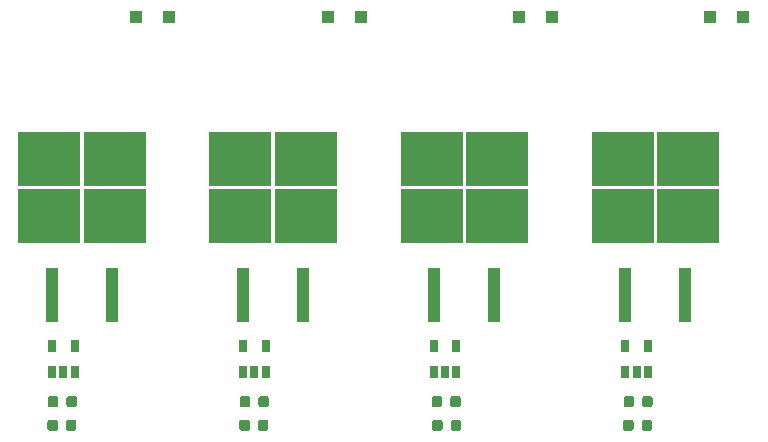
<source format=gtp>
G04 #@! TF.GenerationSoftware,KiCad,Pcbnew,5.0.1-33cea8e~68~ubuntu16.04.1*
G04 #@! TF.CreationDate,2019-04-13T16:09:11-04:00*
G04 #@! TF.ProjectId,fieldeffector,6669656C646566666563746F722E6B69,rev?*
G04 #@! TF.SameCoordinates,Original*
G04 #@! TF.FileFunction,Paste,Top*
G04 #@! TF.FilePolarity,Positive*
%FSLAX46Y46*%
G04 Gerber Fmt 4.6, Leading zero omitted, Abs format (unit mm)*
G04 Created by KiCad (PCBNEW 5.0.1-33cea8e~68~ubuntu16.04.1) date Sat 13 Apr 2019 16:09:11 EDT*
%MOMM*%
%LPD*%
G01*
G04 APERTURE LIST*
%ADD10R,5.250000X4.550000*%
%ADD11R,1.100000X4.600000*%
%ADD12R,0.650000X1.060000*%
%ADD13C,0.100000*%
%ADD14C,0.875000*%
%ADD15R,1.100000X1.100000*%
G04 APERTURE END LIST*
D10*
G04 #@! TO.C,Q4*
X142135000Y-110090000D03*
X136585000Y-105240000D03*
X136585000Y-110090000D03*
X142135000Y-105240000D03*
D11*
X141900000Y-116815000D03*
X136820000Y-116815000D03*
G04 #@! TD*
D10*
G04 #@! TO.C,Q3*
X125955000Y-110090000D03*
X120405000Y-105240000D03*
X120405000Y-110090000D03*
X125955000Y-105240000D03*
D11*
X125720000Y-116815000D03*
X120640000Y-116815000D03*
G04 #@! TD*
D10*
G04 #@! TO.C,Q2*
X109775000Y-110090000D03*
X104225000Y-105240000D03*
X104225000Y-110090000D03*
X109775000Y-105240000D03*
D11*
X109540000Y-116815000D03*
X104460000Y-116815000D03*
G04 #@! TD*
D10*
G04 #@! TO.C,Q1*
X93595000Y-110090000D03*
X88045000Y-105240000D03*
X88045000Y-110090000D03*
X93595000Y-105240000D03*
D11*
X93360000Y-116815000D03*
X88280000Y-116815000D03*
G04 #@! TD*
D12*
G04 #@! TO.C,U4*
X136820000Y-121090000D03*
X138720000Y-121090000D03*
X138720000Y-123290000D03*
X137770000Y-123290000D03*
X136820000Y-123290000D03*
G04 #@! TD*
G04 #@! TO.C,U3*
X120605000Y-121090000D03*
X122505000Y-121090000D03*
X122505000Y-123290000D03*
X121555000Y-123290000D03*
X120605000Y-123290000D03*
G04 #@! TD*
G04 #@! TO.C,U2*
X104460000Y-121090000D03*
X106360000Y-121090000D03*
X106360000Y-123290000D03*
X105410000Y-123290000D03*
X104460000Y-123290000D03*
G04 #@! TD*
G04 #@! TO.C,U1*
X88280000Y-121090000D03*
X90180000Y-121090000D03*
X90180000Y-123290000D03*
X89230000Y-123290000D03*
X88280000Y-123290000D03*
G04 #@! TD*
D13*
G04 #@! TO.C,C1*
G36*
X88602691Y-125341053D02*
X88623926Y-125344203D01*
X88644750Y-125349419D01*
X88664962Y-125356651D01*
X88684368Y-125365830D01*
X88702781Y-125376866D01*
X88720024Y-125389654D01*
X88735930Y-125404070D01*
X88750346Y-125419976D01*
X88763134Y-125437219D01*
X88774170Y-125455632D01*
X88783349Y-125475038D01*
X88790581Y-125495250D01*
X88795797Y-125516074D01*
X88798947Y-125537309D01*
X88800000Y-125558750D01*
X88800000Y-126071250D01*
X88798947Y-126092691D01*
X88795797Y-126113926D01*
X88790581Y-126134750D01*
X88783349Y-126154962D01*
X88774170Y-126174368D01*
X88763134Y-126192781D01*
X88750346Y-126210024D01*
X88735930Y-126225930D01*
X88720024Y-126240346D01*
X88702781Y-126253134D01*
X88684368Y-126264170D01*
X88664962Y-126273349D01*
X88644750Y-126280581D01*
X88623926Y-126285797D01*
X88602691Y-126288947D01*
X88581250Y-126290000D01*
X88143750Y-126290000D01*
X88122309Y-126288947D01*
X88101074Y-126285797D01*
X88080250Y-126280581D01*
X88060038Y-126273349D01*
X88040632Y-126264170D01*
X88022219Y-126253134D01*
X88004976Y-126240346D01*
X87989070Y-126225930D01*
X87974654Y-126210024D01*
X87961866Y-126192781D01*
X87950830Y-126174368D01*
X87941651Y-126154962D01*
X87934419Y-126134750D01*
X87929203Y-126113926D01*
X87926053Y-126092691D01*
X87925000Y-126071250D01*
X87925000Y-125558750D01*
X87926053Y-125537309D01*
X87929203Y-125516074D01*
X87934419Y-125495250D01*
X87941651Y-125475038D01*
X87950830Y-125455632D01*
X87961866Y-125437219D01*
X87974654Y-125419976D01*
X87989070Y-125404070D01*
X88004976Y-125389654D01*
X88022219Y-125376866D01*
X88040632Y-125365830D01*
X88060038Y-125356651D01*
X88080250Y-125349419D01*
X88101074Y-125344203D01*
X88122309Y-125341053D01*
X88143750Y-125340000D01*
X88581250Y-125340000D01*
X88602691Y-125341053D01*
X88602691Y-125341053D01*
G37*
D14*
X88362500Y-125815000D03*
D13*
G36*
X90177691Y-125341053D02*
X90198926Y-125344203D01*
X90219750Y-125349419D01*
X90239962Y-125356651D01*
X90259368Y-125365830D01*
X90277781Y-125376866D01*
X90295024Y-125389654D01*
X90310930Y-125404070D01*
X90325346Y-125419976D01*
X90338134Y-125437219D01*
X90349170Y-125455632D01*
X90358349Y-125475038D01*
X90365581Y-125495250D01*
X90370797Y-125516074D01*
X90373947Y-125537309D01*
X90375000Y-125558750D01*
X90375000Y-126071250D01*
X90373947Y-126092691D01*
X90370797Y-126113926D01*
X90365581Y-126134750D01*
X90358349Y-126154962D01*
X90349170Y-126174368D01*
X90338134Y-126192781D01*
X90325346Y-126210024D01*
X90310930Y-126225930D01*
X90295024Y-126240346D01*
X90277781Y-126253134D01*
X90259368Y-126264170D01*
X90239962Y-126273349D01*
X90219750Y-126280581D01*
X90198926Y-126285797D01*
X90177691Y-126288947D01*
X90156250Y-126290000D01*
X89718750Y-126290000D01*
X89697309Y-126288947D01*
X89676074Y-126285797D01*
X89655250Y-126280581D01*
X89635038Y-126273349D01*
X89615632Y-126264170D01*
X89597219Y-126253134D01*
X89579976Y-126240346D01*
X89564070Y-126225930D01*
X89549654Y-126210024D01*
X89536866Y-126192781D01*
X89525830Y-126174368D01*
X89516651Y-126154962D01*
X89509419Y-126134750D01*
X89504203Y-126113926D01*
X89501053Y-126092691D01*
X89500000Y-126071250D01*
X89500000Y-125558750D01*
X89501053Y-125537309D01*
X89504203Y-125516074D01*
X89509419Y-125495250D01*
X89516651Y-125475038D01*
X89525830Y-125455632D01*
X89536866Y-125437219D01*
X89549654Y-125419976D01*
X89564070Y-125404070D01*
X89579976Y-125389654D01*
X89597219Y-125376866D01*
X89615632Y-125365830D01*
X89635038Y-125356651D01*
X89655250Y-125349419D01*
X89676074Y-125344203D01*
X89697309Y-125341053D01*
X89718750Y-125340000D01*
X90156250Y-125340000D01*
X90177691Y-125341053D01*
X90177691Y-125341053D01*
G37*
D14*
X89937500Y-125815000D03*
G04 #@! TD*
D13*
G04 #@! TO.C,C2*
G36*
X88565191Y-127341053D02*
X88586426Y-127344203D01*
X88607250Y-127349419D01*
X88627462Y-127356651D01*
X88646868Y-127365830D01*
X88665281Y-127376866D01*
X88682524Y-127389654D01*
X88698430Y-127404070D01*
X88712846Y-127419976D01*
X88725634Y-127437219D01*
X88736670Y-127455632D01*
X88745849Y-127475038D01*
X88753081Y-127495250D01*
X88758297Y-127516074D01*
X88761447Y-127537309D01*
X88762500Y-127558750D01*
X88762500Y-128071250D01*
X88761447Y-128092691D01*
X88758297Y-128113926D01*
X88753081Y-128134750D01*
X88745849Y-128154962D01*
X88736670Y-128174368D01*
X88725634Y-128192781D01*
X88712846Y-128210024D01*
X88698430Y-128225930D01*
X88682524Y-128240346D01*
X88665281Y-128253134D01*
X88646868Y-128264170D01*
X88627462Y-128273349D01*
X88607250Y-128280581D01*
X88586426Y-128285797D01*
X88565191Y-128288947D01*
X88543750Y-128290000D01*
X88106250Y-128290000D01*
X88084809Y-128288947D01*
X88063574Y-128285797D01*
X88042750Y-128280581D01*
X88022538Y-128273349D01*
X88003132Y-128264170D01*
X87984719Y-128253134D01*
X87967476Y-128240346D01*
X87951570Y-128225930D01*
X87937154Y-128210024D01*
X87924366Y-128192781D01*
X87913330Y-128174368D01*
X87904151Y-128154962D01*
X87896919Y-128134750D01*
X87891703Y-128113926D01*
X87888553Y-128092691D01*
X87887500Y-128071250D01*
X87887500Y-127558750D01*
X87888553Y-127537309D01*
X87891703Y-127516074D01*
X87896919Y-127495250D01*
X87904151Y-127475038D01*
X87913330Y-127455632D01*
X87924366Y-127437219D01*
X87937154Y-127419976D01*
X87951570Y-127404070D01*
X87967476Y-127389654D01*
X87984719Y-127376866D01*
X88003132Y-127365830D01*
X88022538Y-127356651D01*
X88042750Y-127349419D01*
X88063574Y-127344203D01*
X88084809Y-127341053D01*
X88106250Y-127340000D01*
X88543750Y-127340000D01*
X88565191Y-127341053D01*
X88565191Y-127341053D01*
G37*
D14*
X88325000Y-127815000D03*
D13*
G36*
X90140191Y-127341053D02*
X90161426Y-127344203D01*
X90182250Y-127349419D01*
X90202462Y-127356651D01*
X90221868Y-127365830D01*
X90240281Y-127376866D01*
X90257524Y-127389654D01*
X90273430Y-127404070D01*
X90287846Y-127419976D01*
X90300634Y-127437219D01*
X90311670Y-127455632D01*
X90320849Y-127475038D01*
X90328081Y-127495250D01*
X90333297Y-127516074D01*
X90336447Y-127537309D01*
X90337500Y-127558750D01*
X90337500Y-128071250D01*
X90336447Y-128092691D01*
X90333297Y-128113926D01*
X90328081Y-128134750D01*
X90320849Y-128154962D01*
X90311670Y-128174368D01*
X90300634Y-128192781D01*
X90287846Y-128210024D01*
X90273430Y-128225930D01*
X90257524Y-128240346D01*
X90240281Y-128253134D01*
X90221868Y-128264170D01*
X90202462Y-128273349D01*
X90182250Y-128280581D01*
X90161426Y-128285797D01*
X90140191Y-128288947D01*
X90118750Y-128290000D01*
X89681250Y-128290000D01*
X89659809Y-128288947D01*
X89638574Y-128285797D01*
X89617750Y-128280581D01*
X89597538Y-128273349D01*
X89578132Y-128264170D01*
X89559719Y-128253134D01*
X89542476Y-128240346D01*
X89526570Y-128225930D01*
X89512154Y-128210024D01*
X89499366Y-128192781D01*
X89488330Y-128174368D01*
X89479151Y-128154962D01*
X89471919Y-128134750D01*
X89466703Y-128113926D01*
X89463553Y-128092691D01*
X89462500Y-128071250D01*
X89462500Y-127558750D01*
X89463553Y-127537309D01*
X89466703Y-127516074D01*
X89471919Y-127495250D01*
X89479151Y-127475038D01*
X89488330Y-127455632D01*
X89499366Y-127437219D01*
X89512154Y-127419976D01*
X89526570Y-127404070D01*
X89542476Y-127389654D01*
X89559719Y-127376866D01*
X89578132Y-127365830D01*
X89597538Y-127356651D01*
X89617750Y-127349419D01*
X89638574Y-127344203D01*
X89659809Y-127341053D01*
X89681250Y-127340000D01*
X90118750Y-127340000D01*
X90140191Y-127341053D01*
X90140191Y-127341053D01*
G37*
D14*
X89900000Y-127815000D03*
G04 #@! TD*
D13*
G04 #@! TO.C,C3*
G36*
X104852691Y-125341053D02*
X104873926Y-125344203D01*
X104894750Y-125349419D01*
X104914962Y-125356651D01*
X104934368Y-125365830D01*
X104952781Y-125376866D01*
X104970024Y-125389654D01*
X104985930Y-125404070D01*
X105000346Y-125419976D01*
X105013134Y-125437219D01*
X105024170Y-125455632D01*
X105033349Y-125475038D01*
X105040581Y-125495250D01*
X105045797Y-125516074D01*
X105048947Y-125537309D01*
X105050000Y-125558750D01*
X105050000Y-126071250D01*
X105048947Y-126092691D01*
X105045797Y-126113926D01*
X105040581Y-126134750D01*
X105033349Y-126154962D01*
X105024170Y-126174368D01*
X105013134Y-126192781D01*
X105000346Y-126210024D01*
X104985930Y-126225930D01*
X104970024Y-126240346D01*
X104952781Y-126253134D01*
X104934368Y-126264170D01*
X104914962Y-126273349D01*
X104894750Y-126280581D01*
X104873926Y-126285797D01*
X104852691Y-126288947D01*
X104831250Y-126290000D01*
X104393750Y-126290000D01*
X104372309Y-126288947D01*
X104351074Y-126285797D01*
X104330250Y-126280581D01*
X104310038Y-126273349D01*
X104290632Y-126264170D01*
X104272219Y-126253134D01*
X104254976Y-126240346D01*
X104239070Y-126225930D01*
X104224654Y-126210024D01*
X104211866Y-126192781D01*
X104200830Y-126174368D01*
X104191651Y-126154962D01*
X104184419Y-126134750D01*
X104179203Y-126113926D01*
X104176053Y-126092691D01*
X104175000Y-126071250D01*
X104175000Y-125558750D01*
X104176053Y-125537309D01*
X104179203Y-125516074D01*
X104184419Y-125495250D01*
X104191651Y-125475038D01*
X104200830Y-125455632D01*
X104211866Y-125437219D01*
X104224654Y-125419976D01*
X104239070Y-125404070D01*
X104254976Y-125389654D01*
X104272219Y-125376866D01*
X104290632Y-125365830D01*
X104310038Y-125356651D01*
X104330250Y-125349419D01*
X104351074Y-125344203D01*
X104372309Y-125341053D01*
X104393750Y-125340000D01*
X104831250Y-125340000D01*
X104852691Y-125341053D01*
X104852691Y-125341053D01*
G37*
D14*
X104612500Y-125815000D03*
D13*
G36*
X106427691Y-125341053D02*
X106448926Y-125344203D01*
X106469750Y-125349419D01*
X106489962Y-125356651D01*
X106509368Y-125365830D01*
X106527781Y-125376866D01*
X106545024Y-125389654D01*
X106560930Y-125404070D01*
X106575346Y-125419976D01*
X106588134Y-125437219D01*
X106599170Y-125455632D01*
X106608349Y-125475038D01*
X106615581Y-125495250D01*
X106620797Y-125516074D01*
X106623947Y-125537309D01*
X106625000Y-125558750D01*
X106625000Y-126071250D01*
X106623947Y-126092691D01*
X106620797Y-126113926D01*
X106615581Y-126134750D01*
X106608349Y-126154962D01*
X106599170Y-126174368D01*
X106588134Y-126192781D01*
X106575346Y-126210024D01*
X106560930Y-126225930D01*
X106545024Y-126240346D01*
X106527781Y-126253134D01*
X106509368Y-126264170D01*
X106489962Y-126273349D01*
X106469750Y-126280581D01*
X106448926Y-126285797D01*
X106427691Y-126288947D01*
X106406250Y-126290000D01*
X105968750Y-126290000D01*
X105947309Y-126288947D01*
X105926074Y-126285797D01*
X105905250Y-126280581D01*
X105885038Y-126273349D01*
X105865632Y-126264170D01*
X105847219Y-126253134D01*
X105829976Y-126240346D01*
X105814070Y-126225930D01*
X105799654Y-126210024D01*
X105786866Y-126192781D01*
X105775830Y-126174368D01*
X105766651Y-126154962D01*
X105759419Y-126134750D01*
X105754203Y-126113926D01*
X105751053Y-126092691D01*
X105750000Y-126071250D01*
X105750000Y-125558750D01*
X105751053Y-125537309D01*
X105754203Y-125516074D01*
X105759419Y-125495250D01*
X105766651Y-125475038D01*
X105775830Y-125455632D01*
X105786866Y-125437219D01*
X105799654Y-125419976D01*
X105814070Y-125404070D01*
X105829976Y-125389654D01*
X105847219Y-125376866D01*
X105865632Y-125365830D01*
X105885038Y-125356651D01*
X105905250Y-125349419D01*
X105926074Y-125344203D01*
X105947309Y-125341053D01*
X105968750Y-125340000D01*
X106406250Y-125340000D01*
X106427691Y-125341053D01*
X106427691Y-125341053D01*
G37*
D14*
X106187500Y-125815000D03*
G04 #@! TD*
D13*
G04 #@! TO.C,C4*
G36*
X104815191Y-127341053D02*
X104836426Y-127344203D01*
X104857250Y-127349419D01*
X104877462Y-127356651D01*
X104896868Y-127365830D01*
X104915281Y-127376866D01*
X104932524Y-127389654D01*
X104948430Y-127404070D01*
X104962846Y-127419976D01*
X104975634Y-127437219D01*
X104986670Y-127455632D01*
X104995849Y-127475038D01*
X105003081Y-127495250D01*
X105008297Y-127516074D01*
X105011447Y-127537309D01*
X105012500Y-127558750D01*
X105012500Y-128071250D01*
X105011447Y-128092691D01*
X105008297Y-128113926D01*
X105003081Y-128134750D01*
X104995849Y-128154962D01*
X104986670Y-128174368D01*
X104975634Y-128192781D01*
X104962846Y-128210024D01*
X104948430Y-128225930D01*
X104932524Y-128240346D01*
X104915281Y-128253134D01*
X104896868Y-128264170D01*
X104877462Y-128273349D01*
X104857250Y-128280581D01*
X104836426Y-128285797D01*
X104815191Y-128288947D01*
X104793750Y-128290000D01*
X104356250Y-128290000D01*
X104334809Y-128288947D01*
X104313574Y-128285797D01*
X104292750Y-128280581D01*
X104272538Y-128273349D01*
X104253132Y-128264170D01*
X104234719Y-128253134D01*
X104217476Y-128240346D01*
X104201570Y-128225930D01*
X104187154Y-128210024D01*
X104174366Y-128192781D01*
X104163330Y-128174368D01*
X104154151Y-128154962D01*
X104146919Y-128134750D01*
X104141703Y-128113926D01*
X104138553Y-128092691D01*
X104137500Y-128071250D01*
X104137500Y-127558750D01*
X104138553Y-127537309D01*
X104141703Y-127516074D01*
X104146919Y-127495250D01*
X104154151Y-127475038D01*
X104163330Y-127455632D01*
X104174366Y-127437219D01*
X104187154Y-127419976D01*
X104201570Y-127404070D01*
X104217476Y-127389654D01*
X104234719Y-127376866D01*
X104253132Y-127365830D01*
X104272538Y-127356651D01*
X104292750Y-127349419D01*
X104313574Y-127344203D01*
X104334809Y-127341053D01*
X104356250Y-127340000D01*
X104793750Y-127340000D01*
X104815191Y-127341053D01*
X104815191Y-127341053D01*
G37*
D14*
X104575000Y-127815000D03*
D13*
G36*
X106390191Y-127341053D02*
X106411426Y-127344203D01*
X106432250Y-127349419D01*
X106452462Y-127356651D01*
X106471868Y-127365830D01*
X106490281Y-127376866D01*
X106507524Y-127389654D01*
X106523430Y-127404070D01*
X106537846Y-127419976D01*
X106550634Y-127437219D01*
X106561670Y-127455632D01*
X106570849Y-127475038D01*
X106578081Y-127495250D01*
X106583297Y-127516074D01*
X106586447Y-127537309D01*
X106587500Y-127558750D01*
X106587500Y-128071250D01*
X106586447Y-128092691D01*
X106583297Y-128113926D01*
X106578081Y-128134750D01*
X106570849Y-128154962D01*
X106561670Y-128174368D01*
X106550634Y-128192781D01*
X106537846Y-128210024D01*
X106523430Y-128225930D01*
X106507524Y-128240346D01*
X106490281Y-128253134D01*
X106471868Y-128264170D01*
X106452462Y-128273349D01*
X106432250Y-128280581D01*
X106411426Y-128285797D01*
X106390191Y-128288947D01*
X106368750Y-128290000D01*
X105931250Y-128290000D01*
X105909809Y-128288947D01*
X105888574Y-128285797D01*
X105867750Y-128280581D01*
X105847538Y-128273349D01*
X105828132Y-128264170D01*
X105809719Y-128253134D01*
X105792476Y-128240346D01*
X105776570Y-128225930D01*
X105762154Y-128210024D01*
X105749366Y-128192781D01*
X105738330Y-128174368D01*
X105729151Y-128154962D01*
X105721919Y-128134750D01*
X105716703Y-128113926D01*
X105713553Y-128092691D01*
X105712500Y-128071250D01*
X105712500Y-127558750D01*
X105713553Y-127537309D01*
X105716703Y-127516074D01*
X105721919Y-127495250D01*
X105729151Y-127475038D01*
X105738330Y-127455632D01*
X105749366Y-127437219D01*
X105762154Y-127419976D01*
X105776570Y-127404070D01*
X105792476Y-127389654D01*
X105809719Y-127376866D01*
X105828132Y-127365830D01*
X105847538Y-127356651D01*
X105867750Y-127349419D01*
X105888574Y-127344203D01*
X105909809Y-127341053D01*
X105931250Y-127340000D01*
X106368750Y-127340000D01*
X106390191Y-127341053D01*
X106390191Y-127341053D01*
G37*
D14*
X106150000Y-127815000D03*
G04 #@! TD*
D13*
G04 #@! TO.C,C5*
G36*
X121140191Y-127341053D02*
X121161426Y-127344203D01*
X121182250Y-127349419D01*
X121202462Y-127356651D01*
X121221868Y-127365830D01*
X121240281Y-127376866D01*
X121257524Y-127389654D01*
X121273430Y-127404070D01*
X121287846Y-127419976D01*
X121300634Y-127437219D01*
X121311670Y-127455632D01*
X121320849Y-127475038D01*
X121328081Y-127495250D01*
X121333297Y-127516074D01*
X121336447Y-127537309D01*
X121337500Y-127558750D01*
X121337500Y-128071250D01*
X121336447Y-128092691D01*
X121333297Y-128113926D01*
X121328081Y-128134750D01*
X121320849Y-128154962D01*
X121311670Y-128174368D01*
X121300634Y-128192781D01*
X121287846Y-128210024D01*
X121273430Y-128225930D01*
X121257524Y-128240346D01*
X121240281Y-128253134D01*
X121221868Y-128264170D01*
X121202462Y-128273349D01*
X121182250Y-128280581D01*
X121161426Y-128285797D01*
X121140191Y-128288947D01*
X121118750Y-128290000D01*
X120681250Y-128290000D01*
X120659809Y-128288947D01*
X120638574Y-128285797D01*
X120617750Y-128280581D01*
X120597538Y-128273349D01*
X120578132Y-128264170D01*
X120559719Y-128253134D01*
X120542476Y-128240346D01*
X120526570Y-128225930D01*
X120512154Y-128210024D01*
X120499366Y-128192781D01*
X120488330Y-128174368D01*
X120479151Y-128154962D01*
X120471919Y-128134750D01*
X120466703Y-128113926D01*
X120463553Y-128092691D01*
X120462500Y-128071250D01*
X120462500Y-127558750D01*
X120463553Y-127537309D01*
X120466703Y-127516074D01*
X120471919Y-127495250D01*
X120479151Y-127475038D01*
X120488330Y-127455632D01*
X120499366Y-127437219D01*
X120512154Y-127419976D01*
X120526570Y-127404070D01*
X120542476Y-127389654D01*
X120559719Y-127376866D01*
X120578132Y-127365830D01*
X120597538Y-127356651D01*
X120617750Y-127349419D01*
X120638574Y-127344203D01*
X120659809Y-127341053D01*
X120681250Y-127340000D01*
X121118750Y-127340000D01*
X121140191Y-127341053D01*
X121140191Y-127341053D01*
G37*
D14*
X120900000Y-127815000D03*
D13*
G36*
X122715191Y-127341053D02*
X122736426Y-127344203D01*
X122757250Y-127349419D01*
X122777462Y-127356651D01*
X122796868Y-127365830D01*
X122815281Y-127376866D01*
X122832524Y-127389654D01*
X122848430Y-127404070D01*
X122862846Y-127419976D01*
X122875634Y-127437219D01*
X122886670Y-127455632D01*
X122895849Y-127475038D01*
X122903081Y-127495250D01*
X122908297Y-127516074D01*
X122911447Y-127537309D01*
X122912500Y-127558750D01*
X122912500Y-128071250D01*
X122911447Y-128092691D01*
X122908297Y-128113926D01*
X122903081Y-128134750D01*
X122895849Y-128154962D01*
X122886670Y-128174368D01*
X122875634Y-128192781D01*
X122862846Y-128210024D01*
X122848430Y-128225930D01*
X122832524Y-128240346D01*
X122815281Y-128253134D01*
X122796868Y-128264170D01*
X122777462Y-128273349D01*
X122757250Y-128280581D01*
X122736426Y-128285797D01*
X122715191Y-128288947D01*
X122693750Y-128290000D01*
X122256250Y-128290000D01*
X122234809Y-128288947D01*
X122213574Y-128285797D01*
X122192750Y-128280581D01*
X122172538Y-128273349D01*
X122153132Y-128264170D01*
X122134719Y-128253134D01*
X122117476Y-128240346D01*
X122101570Y-128225930D01*
X122087154Y-128210024D01*
X122074366Y-128192781D01*
X122063330Y-128174368D01*
X122054151Y-128154962D01*
X122046919Y-128134750D01*
X122041703Y-128113926D01*
X122038553Y-128092691D01*
X122037500Y-128071250D01*
X122037500Y-127558750D01*
X122038553Y-127537309D01*
X122041703Y-127516074D01*
X122046919Y-127495250D01*
X122054151Y-127475038D01*
X122063330Y-127455632D01*
X122074366Y-127437219D01*
X122087154Y-127419976D01*
X122101570Y-127404070D01*
X122117476Y-127389654D01*
X122134719Y-127376866D01*
X122153132Y-127365830D01*
X122172538Y-127356651D01*
X122192750Y-127349419D01*
X122213574Y-127344203D01*
X122234809Y-127341053D01*
X122256250Y-127340000D01*
X122693750Y-127340000D01*
X122715191Y-127341053D01*
X122715191Y-127341053D01*
G37*
D14*
X122475000Y-127815000D03*
G04 #@! TD*
D13*
G04 #@! TO.C,C6*
G36*
X121102691Y-125341053D02*
X121123926Y-125344203D01*
X121144750Y-125349419D01*
X121164962Y-125356651D01*
X121184368Y-125365830D01*
X121202781Y-125376866D01*
X121220024Y-125389654D01*
X121235930Y-125404070D01*
X121250346Y-125419976D01*
X121263134Y-125437219D01*
X121274170Y-125455632D01*
X121283349Y-125475038D01*
X121290581Y-125495250D01*
X121295797Y-125516074D01*
X121298947Y-125537309D01*
X121300000Y-125558750D01*
X121300000Y-126071250D01*
X121298947Y-126092691D01*
X121295797Y-126113926D01*
X121290581Y-126134750D01*
X121283349Y-126154962D01*
X121274170Y-126174368D01*
X121263134Y-126192781D01*
X121250346Y-126210024D01*
X121235930Y-126225930D01*
X121220024Y-126240346D01*
X121202781Y-126253134D01*
X121184368Y-126264170D01*
X121164962Y-126273349D01*
X121144750Y-126280581D01*
X121123926Y-126285797D01*
X121102691Y-126288947D01*
X121081250Y-126290000D01*
X120643750Y-126290000D01*
X120622309Y-126288947D01*
X120601074Y-126285797D01*
X120580250Y-126280581D01*
X120560038Y-126273349D01*
X120540632Y-126264170D01*
X120522219Y-126253134D01*
X120504976Y-126240346D01*
X120489070Y-126225930D01*
X120474654Y-126210024D01*
X120461866Y-126192781D01*
X120450830Y-126174368D01*
X120441651Y-126154962D01*
X120434419Y-126134750D01*
X120429203Y-126113926D01*
X120426053Y-126092691D01*
X120425000Y-126071250D01*
X120425000Y-125558750D01*
X120426053Y-125537309D01*
X120429203Y-125516074D01*
X120434419Y-125495250D01*
X120441651Y-125475038D01*
X120450830Y-125455632D01*
X120461866Y-125437219D01*
X120474654Y-125419976D01*
X120489070Y-125404070D01*
X120504976Y-125389654D01*
X120522219Y-125376866D01*
X120540632Y-125365830D01*
X120560038Y-125356651D01*
X120580250Y-125349419D01*
X120601074Y-125344203D01*
X120622309Y-125341053D01*
X120643750Y-125340000D01*
X121081250Y-125340000D01*
X121102691Y-125341053D01*
X121102691Y-125341053D01*
G37*
D14*
X120862500Y-125815000D03*
D13*
G36*
X122677691Y-125341053D02*
X122698926Y-125344203D01*
X122719750Y-125349419D01*
X122739962Y-125356651D01*
X122759368Y-125365830D01*
X122777781Y-125376866D01*
X122795024Y-125389654D01*
X122810930Y-125404070D01*
X122825346Y-125419976D01*
X122838134Y-125437219D01*
X122849170Y-125455632D01*
X122858349Y-125475038D01*
X122865581Y-125495250D01*
X122870797Y-125516074D01*
X122873947Y-125537309D01*
X122875000Y-125558750D01*
X122875000Y-126071250D01*
X122873947Y-126092691D01*
X122870797Y-126113926D01*
X122865581Y-126134750D01*
X122858349Y-126154962D01*
X122849170Y-126174368D01*
X122838134Y-126192781D01*
X122825346Y-126210024D01*
X122810930Y-126225930D01*
X122795024Y-126240346D01*
X122777781Y-126253134D01*
X122759368Y-126264170D01*
X122739962Y-126273349D01*
X122719750Y-126280581D01*
X122698926Y-126285797D01*
X122677691Y-126288947D01*
X122656250Y-126290000D01*
X122218750Y-126290000D01*
X122197309Y-126288947D01*
X122176074Y-126285797D01*
X122155250Y-126280581D01*
X122135038Y-126273349D01*
X122115632Y-126264170D01*
X122097219Y-126253134D01*
X122079976Y-126240346D01*
X122064070Y-126225930D01*
X122049654Y-126210024D01*
X122036866Y-126192781D01*
X122025830Y-126174368D01*
X122016651Y-126154962D01*
X122009419Y-126134750D01*
X122004203Y-126113926D01*
X122001053Y-126092691D01*
X122000000Y-126071250D01*
X122000000Y-125558750D01*
X122001053Y-125537309D01*
X122004203Y-125516074D01*
X122009419Y-125495250D01*
X122016651Y-125475038D01*
X122025830Y-125455632D01*
X122036866Y-125437219D01*
X122049654Y-125419976D01*
X122064070Y-125404070D01*
X122079976Y-125389654D01*
X122097219Y-125376866D01*
X122115632Y-125365830D01*
X122135038Y-125356651D01*
X122155250Y-125349419D01*
X122176074Y-125344203D01*
X122197309Y-125341053D01*
X122218750Y-125340000D01*
X122656250Y-125340000D01*
X122677691Y-125341053D01*
X122677691Y-125341053D01*
G37*
D14*
X122437500Y-125815000D03*
G04 #@! TD*
D13*
G04 #@! TO.C,C7*
G36*
X137315191Y-127341053D02*
X137336426Y-127344203D01*
X137357250Y-127349419D01*
X137377462Y-127356651D01*
X137396868Y-127365830D01*
X137415281Y-127376866D01*
X137432524Y-127389654D01*
X137448430Y-127404070D01*
X137462846Y-127419976D01*
X137475634Y-127437219D01*
X137486670Y-127455632D01*
X137495849Y-127475038D01*
X137503081Y-127495250D01*
X137508297Y-127516074D01*
X137511447Y-127537309D01*
X137512500Y-127558750D01*
X137512500Y-128071250D01*
X137511447Y-128092691D01*
X137508297Y-128113926D01*
X137503081Y-128134750D01*
X137495849Y-128154962D01*
X137486670Y-128174368D01*
X137475634Y-128192781D01*
X137462846Y-128210024D01*
X137448430Y-128225930D01*
X137432524Y-128240346D01*
X137415281Y-128253134D01*
X137396868Y-128264170D01*
X137377462Y-128273349D01*
X137357250Y-128280581D01*
X137336426Y-128285797D01*
X137315191Y-128288947D01*
X137293750Y-128290000D01*
X136856250Y-128290000D01*
X136834809Y-128288947D01*
X136813574Y-128285797D01*
X136792750Y-128280581D01*
X136772538Y-128273349D01*
X136753132Y-128264170D01*
X136734719Y-128253134D01*
X136717476Y-128240346D01*
X136701570Y-128225930D01*
X136687154Y-128210024D01*
X136674366Y-128192781D01*
X136663330Y-128174368D01*
X136654151Y-128154962D01*
X136646919Y-128134750D01*
X136641703Y-128113926D01*
X136638553Y-128092691D01*
X136637500Y-128071250D01*
X136637500Y-127558750D01*
X136638553Y-127537309D01*
X136641703Y-127516074D01*
X136646919Y-127495250D01*
X136654151Y-127475038D01*
X136663330Y-127455632D01*
X136674366Y-127437219D01*
X136687154Y-127419976D01*
X136701570Y-127404070D01*
X136717476Y-127389654D01*
X136734719Y-127376866D01*
X136753132Y-127365830D01*
X136772538Y-127356651D01*
X136792750Y-127349419D01*
X136813574Y-127344203D01*
X136834809Y-127341053D01*
X136856250Y-127340000D01*
X137293750Y-127340000D01*
X137315191Y-127341053D01*
X137315191Y-127341053D01*
G37*
D14*
X137075000Y-127815000D03*
D13*
G36*
X138890191Y-127341053D02*
X138911426Y-127344203D01*
X138932250Y-127349419D01*
X138952462Y-127356651D01*
X138971868Y-127365830D01*
X138990281Y-127376866D01*
X139007524Y-127389654D01*
X139023430Y-127404070D01*
X139037846Y-127419976D01*
X139050634Y-127437219D01*
X139061670Y-127455632D01*
X139070849Y-127475038D01*
X139078081Y-127495250D01*
X139083297Y-127516074D01*
X139086447Y-127537309D01*
X139087500Y-127558750D01*
X139087500Y-128071250D01*
X139086447Y-128092691D01*
X139083297Y-128113926D01*
X139078081Y-128134750D01*
X139070849Y-128154962D01*
X139061670Y-128174368D01*
X139050634Y-128192781D01*
X139037846Y-128210024D01*
X139023430Y-128225930D01*
X139007524Y-128240346D01*
X138990281Y-128253134D01*
X138971868Y-128264170D01*
X138952462Y-128273349D01*
X138932250Y-128280581D01*
X138911426Y-128285797D01*
X138890191Y-128288947D01*
X138868750Y-128290000D01*
X138431250Y-128290000D01*
X138409809Y-128288947D01*
X138388574Y-128285797D01*
X138367750Y-128280581D01*
X138347538Y-128273349D01*
X138328132Y-128264170D01*
X138309719Y-128253134D01*
X138292476Y-128240346D01*
X138276570Y-128225930D01*
X138262154Y-128210024D01*
X138249366Y-128192781D01*
X138238330Y-128174368D01*
X138229151Y-128154962D01*
X138221919Y-128134750D01*
X138216703Y-128113926D01*
X138213553Y-128092691D01*
X138212500Y-128071250D01*
X138212500Y-127558750D01*
X138213553Y-127537309D01*
X138216703Y-127516074D01*
X138221919Y-127495250D01*
X138229151Y-127475038D01*
X138238330Y-127455632D01*
X138249366Y-127437219D01*
X138262154Y-127419976D01*
X138276570Y-127404070D01*
X138292476Y-127389654D01*
X138309719Y-127376866D01*
X138328132Y-127365830D01*
X138347538Y-127356651D01*
X138367750Y-127349419D01*
X138388574Y-127344203D01*
X138409809Y-127341053D01*
X138431250Y-127340000D01*
X138868750Y-127340000D01*
X138890191Y-127341053D01*
X138890191Y-127341053D01*
G37*
D14*
X138650000Y-127815000D03*
G04 #@! TD*
D13*
G04 #@! TO.C,C8*
G36*
X137352691Y-125341053D02*
X137373926Y-125344203D01*
X137394750Y-125349419D01*
X137414962Y-125356651D01*
X137434368Y-125365830D01*
X137452781Y-125376866D01*
X137470024Y-125389654D01*
X137485930Y-125404070D01*
X137500346Y-125419976D01*
X137513134Y-125437219D01*
X137524170Y-125455632D01*
X137533349Y-125475038D01*
X137540581Y-125495250D01*
X137545797Y-125516074D01*
X137548947Y-125537309D01*
X137550000Y-125558750D01*
X137550000Y-126071250D01*
X137548947Y-126092691D01*
X137545797Y-126113926D01*
X137540581Y-126134750D01*
X137533349Y-126154962D01*
X137524170Y-126174368D01*
X137513134Y-126192781D01*
X137500346Y-126210024D01*
X137485930Y-126225930D01*
X137470024Y-126240346D01*
X137452781Y-126253134D01*
X137434368Y-126264170D01*
X137414962Y-126273349D01*
X137394750Y-126280581D01*
X137373926Y-126285797D01*
X137352691Y-126288947D01*
X137331250Y-126290000D01*
X136893750Y-126290000D01*
X136872309Y-126288947D01*
X136851074Y-126285797D01*
X136830250Y-126280581D01*
X136810038Y-126273349D01*
X136790632Y-126264170D01*
X136772219Y-126253134D01*
X136754976Y-126240346D01*
X136739070Y-126225930D01*
X136724654Y-126210024D01*
X136711866Y-126192781D01*
X136700830Y-126174368D01*
X136691651Y-126154962D01*
X136684419Y-126134750D01*
X136679203Y-126113926D01*
X136676053Y-126092691D01*
X136675000Y-126071250D01*
X136675000Y-125558750D01*
X136676053Y-125537309D01*
X136679203Y-125516074D01*
X136684419Y-125495250D01*
X136691651Y-125475038D01*
X136700830Y-125455632D01*
X136711866Y-125437219D01*
X136724654Y-125419976D01*
X136739070Y-125404070D01*
X136754976Y-125389654D01*
X136772219Y-125376866D01*
X136790632Y-125365830D01*
X136810038Y-125356651D01*
X136830250Y-125349419D01*
X136851074Y-125344203D01*
X136872309Y-125341053D01*
X136893750Y-125340000D01*
X137331250Y-125340000D01*
X137352691Y-125341053D01*
X137352691Y-125341053D01*
G37*
D14*
X137112500Y-125815000D03*
D13*
G36*
X138927691Y-125341053D02*
X138948926Y-125344203D01*
X138969750Y-125349419D01*
X138989962Y-125356651D01*
X139009368Y-125365830D01*
X139027781Y-125376866D01*
X139045024Y-125389654D01*
X139060930Y-125404070D01*
X139075346Y-125419976D01*
X139088134Y-125437219D01*
X139099170Y-125455632D01*
X139108349Y-125475038D01*
X139115581Y-125495250D01*
X139120797Y-125516074D01*
X139123947Y-125537309D01*
X139125000Y-125558750D01*
X139125000Y-126071250D01*
X139123947Y-126092691D01*
X139120797Y-126113926D01*
X139115581Y-126134750D01*
X139108349Y-126154962D01*
X139099170Y-126174368D01*
X139088134Y-126192781D01*
X139075346Y-126210024D01*
X139060930Y-126225930D01*
X139045024Y-126240346D01*
X139027781Y-126253134D01*
X139009368Y-126264170D01*
X138989962Y-126273349D01*
X138969750Y-126280581D01*
X138948926Y-126285797D01*
X138927691Y-126288947D01*
X138906250Y-126290000D01*
X138468750Y-126290000D01*
X138447309Y-126288947D01*
X138426074Y-126285797D01*
X138405250Y-126280581D01*
X138385038Y-126273349D01*
X138365632Y-126264170D01*
X138347219Y-126253134D01*
X138329976Y-126240346D01*
X138314070Y-126225930D01*
X138299654Y-126210024D01*
X138286866Y-126192781D01*
X138275830Y-126174368D01*
X138266651Y-126154962D01*
X138259419Y-126134750D01*
X138254203Y-126113926D01*
X138251053Y-126092691D01*
X138250000Y-126071250D01*
X138250000Y-125558750D01*
X138251053Y-125537309D01*
X138254203Y-125516074D01*
X138259419Y-125495250D01*
X138266651Y-125475038D01*
X138275830Y-125455632D01*
X138286866Y-125437219D01*
X138299654Y-125419976D01*
X138314070Y-125404070D01*
X138329976Y-125389654D01*
X138347219Y-125376866D01*
X138365632Y-125365830D01*
X138385038Y-125356651D01*
X138405250Y-125349419D01*
X138426074Y-125344203D01*
X138447309Y-125341053D01*
X138468750Y-125340000D01*
X138906250Y-125340000D01*
X138927691Y-125341053D01*
X138927691Y-125341053D01*
G37*
D14*
X138687500Y-125815000D03*
G04 #@! TD*
D15*
G04 #@! TO.C,D1*
X95420000Y-93265000D03*
X98220000Y-93265000D03*
G04 #@! TD*
G04 #@! TO.C,D4*
X144000000Y-93265000D03*
X146800000Y-93265000D03*
G04 #@! TD*
G04 #@! TO.C,D2*
X111600000Y-93265000D03*
X114400000Y-93265000D03*
G04 #@! TD*
G04 #@! TO.C,D3*
X127800000Y-93265000D03*
X130600000Y-93265000D03*
G04 #@! TD*
M02*

</source>
